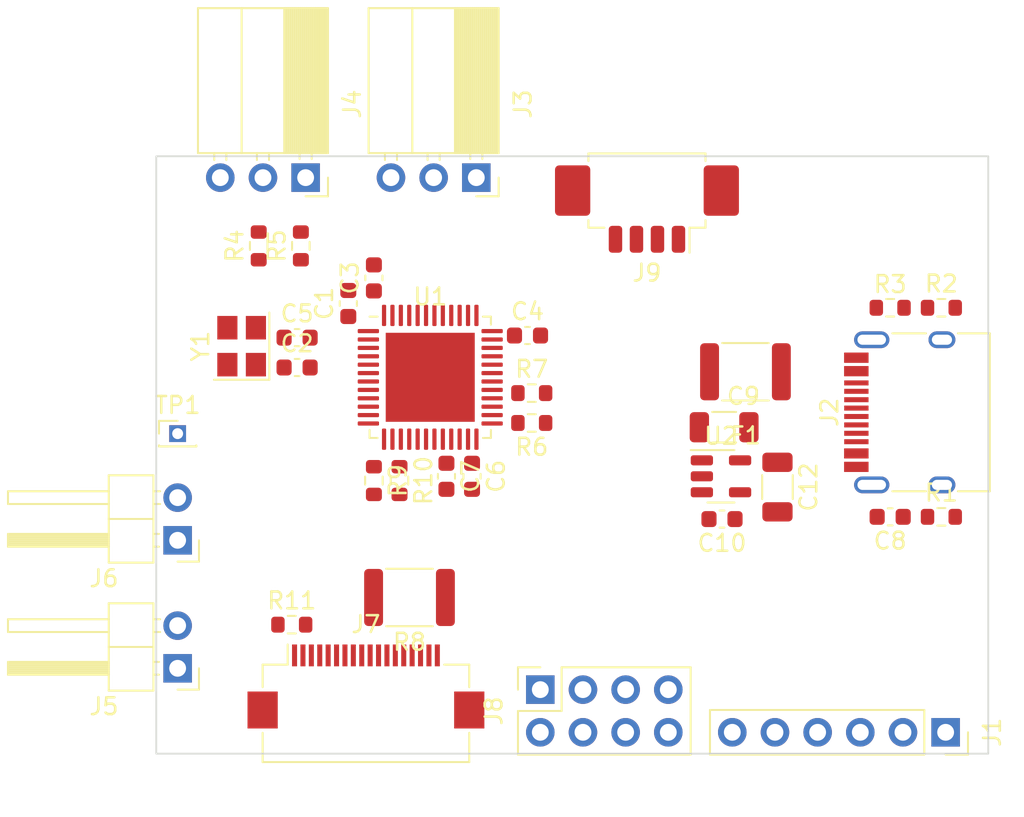
<source format=kicad_pcb>
(kicad_pcb (version 20221018) (generator pcbnew)
  (layers (0 "F.Cu" signal) (1 "In1.Cu" signal) (2 "In2.Cu" signal) (31 "B.Cu" signal) (34 "B.Paste" user) (35 "F.Paste" user) (36 "B.SilkS" user "B.Silkscreen") (37 "F.SilkS" user "F.Silkscreen") (38 "B.Mask" user) (39 "F.Mask" user) (44 "Edge.Cuts" user))
  (net 0 "")
  (net 1 "+3V3")
  (net 2 "GND")
  (net 3 "Net-(U1-PF1)")
  (net 4 "Net-(U1-PF0)")
  (net 5 "Net-(J2-SHIELD)")
  (net 6 "+5V")
  (net 7 "Net-(F1-Pad1)")
  (net 8 "/core/SPI_SD_MISO")
  (net 9 "/core/SPI_SD_MOSI")
  (net 10 "/core/SPI_SD_SCK")
  (net 11 "/core/SPI_SD_CS")
  (net 12 "Net-(J2-CC1)")
  (net 13 "/USB_connection/USB_DP")
  (net 14 "/USB_connection/USB_DM")
  (net 16 "Net-(J2-CC2)")
  (net 18 "/core/UART3_TX")
  (net 19 "/core/UART3_RX")
  (net 20 "/core/I2C1_SDA")
  (net 21 "/core/I2C1_SCL")
  (net 22 "/core/OPAMP1_VIN")
  (net 23 "/core/OPAMP3_VIN")
  (net 24 "/TFT_screen_connection/SCL")
  (net 25 "/TFT_screen_connection/DCSEL")
  (net 26 "/TFT_screen_connection/CSX")
  (net 27 "/TFT_screen_connection/SDI")
  (net 28 "/TFT_screen_connection/SDO")
  (net 29 "Net-(J7-Pin_10)")
  (net 30 "Net-(J7-Pin_15)")
  (net 31 "Net-(J7-Pin_16)")
  (net 32 "Net-(J7-Pin_17)")
  (net 33 "Net-(J7-Pin_18)")
  (net 34 "/core/SWDIO")
  (net 35 "/core/SWCLK")
  (net 36 "Net-(U1-PB13)")
  (net 37 "Net-(U1-PB15)")
  (net 38 "Net-(U1-PA5)")
  (net 39 "Net-(U1-PA7)")
  (net 40 "Net-(U1-PG10)")
  (net 61 "/TFT_screen_connection/RST")
  (net 62 "Net-(U2-SENSE{slash}ADJ)")
  (footprint "Resistor_SMD:R_0603_1608Metric" (layer "F.Cu") (at 69.566 117.094 90)
    (fp_text reference "R5" (at 0 -1.43 90) (layer "F.SilkS"))
    (fp_text value "4.7k")
    (fp_line (start -0.237258 -0.5225) (end 0.237258 -0.5225) (stroke (width 0.12)) (layer "F.SilkS"))
    (fp_line (start -0.237258 0.5225) (end 0.237258 0.5225) (stroke (width 0.12)) (layer "F.SilkS"))
    (pad "1" smd roundrect (at -0.825 0 90) (size 0.8 0.95) (layers "F.Cu" "F.Paste" "F.Mask") (net 1 "+3V3"))
    (pad "2" smd roundrect (at 0.825 0 90) (size 0.8 0.95) (layers "F.Cu" "F.Paste" "F.Mask") (net 21 "/core/I2C1_SCL"))
  )
  (footprint "Resistor_SMD:R_0603_1608Metric" (layer "F.Cu") (at 107.696 120.777)
    (fp_text reference "R2" (at 0 -1.43) (layer "F.SilkS"))
    (fp_text value "5.1K")
    (fp_line (start -0.237258 -0.5225) (end 0.237258 -0.5225) (stroke (width 0.12)) (layer "F.SilkS"))
    (fp_line (start -0.237258 0.5225) (end 0.237258 0.5225) (stroke (width 0.12)) (layer "F.SilkS"))
    (pad "1" smd roundrect (at -0.825 0) (size 0.8 0.95) (layers "F.Cu" "F.Paste" "F.Mask") (net 12 "Net-(J2-CC1)"))
    (pad "2" smd roundrect (at 0.825 0) (size 0.8 0.95) (layers "F.Cu" "F.Paste" "F.Mask") (net 2 "GND"))
  )
  (footprint "Connector_PinSocket_2.54mm:PinSocket_2x04_P2.54mm_Vertical" (layer "F.Cu") (at 83.82 143.51 90)
    (fp_text reference "J8" (at -1.27 -2.77 90) (layer "F.SilkS"))
    (fp_text value "Conn_Touch")
    (fp_line (start -3.87 -1.33) (end -3.87 8.95) (stroke (width 0.12)) (layer "F.SilkS"))
    (fp_line (start -3.87 -1.33) (end -1.27 -1.33) (stroke (width 0.12)) (layer "F.SilkS"))
    (fp_line (start -3.87 8.95) (end 1.33 8.95) (stroke (width 0.12)) (layer "F.SilkS"))
    (fp_line (start -1.27 -1.33) (end -1.27 1.27) (stroke (width 0.12)) (layer "F.SilkS"))
    (fp_line (start -1.27 1.27) (end 1.33 1.27) (stroke (width 0.12)) (layer "F.SilkS"))
    (fp_line (start 0 -1.33) (end 1.33 -1.33) (stroke (width 0.12)) (layer "F.SilkS"))
    (fp_line (start 1.33 -1.33) (end 1.33 0) (stroke (width 0.12)) (layer "F.SilkS"))
    (fp_line (start 1.33 1.27) (end 1.33 8.95) (stroke (width 0.12)) (layer "F.SilkS"))
    (pad "1" thru_hole rect (at 0 0 90) (size 1.7 1.7) (drill 1) (layers "*.Cu" "*.Mask") (net 2 "GND"))
    (pad "2" thru_hole oval (at -2.54 0 90) (size 1.7 1.7) (drill 1) (layers "*.Cu" "*.Mask") (net 30 "Net-(J7-Pin_15)"))
    (pad "3" thru_hole oval (at 0 2.54 90) (size 1.7 1.7) (drill 1) (layers "*.Cu" "*.Mask") (net 2 "GND"))
    (pad "4" thru_hole oval (at -2.54 2.54 90) (size 1.7 1.7) (drill 1) (layers "*.Cu" "*.Mask") (net 31 "Net-(J7-Pin_16)"))
    (pad "5" thru_hole oval (at 0 5.08 90) (size 1.7 1.7) (drill 1) (layers "*.Cu" "*.Mask") (net 2 "GND"))
    (pad "6" thru_hole oval (at -2.54 5.08 90) (size 1.7 1.7) (drill 1) (layers "*.Cu" "*.Mask") (net 32 "Net-(J7-Pin_17)"))
    (pad "7" thru_hole oval (at 0 7.62 90) (size 1.7 1.7) (drill 1) (layers "*.Cu" "*.Mask") (net 2 "GND"))
    (pad "8" thru_hole oval (at -2.54 7.62 90) (size 1.7 1.7) (drill 1) (layers "*.Cu" "*.Mask") (net 33 "Net-(J7-Pin_18)"))
  )
  (footprint "Resistor_SMD:R_0603_1608Metric" (layer "F.Cu") (at 104.648 120.777 180)
    (fp_text reference "R3" (at 0 1.397) (layer "F.SilkS"))
    (fp_text value "5.1K")
    (fp_line (start -0.237258 -0.5225) (end 0.237258 -0.5225) (stroke (width 0.12)) (layer "F.SilkS"))
    (fp_line (start -0.237258 0.5225) (end 0.237258 0.5225) (stroke (width 0.12)) (layer "F.SilkS"))
    (pad "1" smd roundrect (at -0.825 0 180) (size 0.8 0.95) (layers "F.Cu" "F.Paste" "F.Mask") (net 16 "Net-(J2-CC2)"))
    (pad "2" smd roundrect (at 0.825 0 180) (size 0.8 0.95) (layers "F.Cu" "F.Paste" "F.Mask") (net 2 "GND"))
  )
  (footprint "Package_TO_SOT_SMD:TSOT-23-5" (layer "F.Cu") (at 94.5755 130.81)
    (fp_text reference "U2" (at 0 -2.4) (layer "F.SilkS"))
    (fp_text value "RT9013-33GB")
    (fp_line (start 0 -1.56) (end -1.8 -1.56) (stroke (width 0.12)) (layer "F.SilkS"))
    (fp_line (start 0 -1.56) (end 0.8 -1.56) (stroke (width 0.12)) (layer "F.SilkS"))
    (fp_line (start 0 1.56) (end -0.8 1.56) (stroke (width 0.12)) (layer "F.SilkS"))
    (fp_line (start 0 1.56) (end 0.8 1.56) (stroke (width 0.12)) (layer "F.SilkS"))
    (pad "1" smd roundrect (at -1.1375 -0.95) (size 1.325 0.6) (layers "F.Cu" "F.Paste" "F.Mask") (net 6 "+5V"))
    (pad "2" smd roundrect (at -1.1375 0) (size 1.325 0.6) (layers "F.Cu" "F.Paste" "F.Mask") (net 2 "GND"))
    (pad "3" smd roundrect (at -1.1375 0.95) (size 1.325 0.6) (layers "F.Cu" "F.Paste" "F.Mask") (net 6 "+5V"))
    (pad "4" smd roundrect (at 1.1375 0.95) (size 1.325 0.6) (layers "F.Cu" "F.Paste" "F.Mask") (net 62 "Net-(U2-SENSE{slash}ADJ)"))
    (pad "5" smd roundrect (at 1.1375 -0.95) (size 1.325 0.6) (layers "F.Cu" "F.Paste" "F.Mask") (net 1 "+3V3"))
  )
  (footprint "Connector_PinHeader_1.27mm:PinHeader_1x01_P1.27mm_Vertical" (layer "F.Cu") (at 62.23 128.27)
    (fp_text reference "TP1" (at 0 -1.695) (layer "F.SilkS"))
    (fp_text value "Boot0")
    (fp_line (start -1.11 -0.76) (end 0 -0.76) (stroke (width 0.12)) (layer "F.SilkS"))
    (fp_line (start -1.11 0) (end -1.11 -0.76) (stroke (width 0.12)) (layer "F.SilkS"))
    (fp_line (start -1.11 0.76) (end -1.11 0.695) (stroke (width 0.12)) (layer "F.SilkS"))
    (fp_line (start -1.11 0.76) (end -0.563471 0.76) (stroke (width 0.12)) (layer "F.SilkS"))
    (fp_line (start -1.11 0.76) (end 1.11 0.76) (stroke (width 0.12)) (layer "F.SilkS"))
    (fp_line (start 0.563471 0.76) (end 1.11 0.76) (stroke (width 0.12)) (layer "F.SilkS"))
    (fp_line (start 1.11 0.76) (end 1.11 0.695) (stroke (width 0.12)) (layer "F.SilkS"))
    (pad "1" thru_hole rect (at 0 0) (size 1 1) (drill 0.65) (layers "*.Cu" "*.Mask") (net 40 "Net-(U1-PG10)"))
  )
  (footprint "Resistor_SMD:R_0603_1608Metric" (layer "F.Cu") (at 69.025 139.642)
    (fp_text reference "R11" (at 0 -1.43) (layer "F.SilkS"))
    (fp_text value "0")
    (fp_line (start -0.237258 -0.5225) (end 0.237258 -0.5225) (stroke (width 0.12)) (layer "F.SilkS"))
    (fp_line (start -0.237258 0.5225) (end 0.237258 0.5225) (stroke (width 0.12)) (layer "F.SilkS"))
    (pad "1" smd roundrect (at -0.825 0) (size 0.8 0.95) (layers "F.Cu" "F.Paste" "F.Mask") (net 1 "+3V3"))
    (pad "2" smd roundrect (at 0.825 0) (size 0.8 0.95) (layers "F.Cu" "F.Paste" "F.Mask") (net 61 "/TFT_screen_connection/RST"))
  )
  (footprint "Fuse:Fuse_1812_4532Metric" (layer "F.Cu") (at 96.0335 124.587 180)
    (fp_text reference "F1" (at 0 -3.799) (layer "F.SilkS"))
    (fp_text value "Fuse")
    (fp_line (start -1.386252 -1.71) (end 1.386252 -1.71) (stroke (width 0.12)) (layer "F.SilkS"))
    (fp_line (start -1.386252 1.71) (end 1.386252 1.71) (stroke (width 0.12)) (layer "F.SilkS"))
    (pad "1" smd roundrect (at -2.1375 0 180) (size 1.125 3.4) (layers "F.Cu" "F.Paste" "F.Mask") (roundrect_rratio 0.222222) (net 7 "Net-(F1-Pad1)"))
    (pad "2" smd roundrect (at 2.1375 0 180) (size 1.125 3.4) (layers "F.Cu" "F.Paste" "F.Mask") (roundrect_rratio 0.222222) (net 6 "+5V"))
  )
  (footprint "Connector_FFC-FPC:Hirose_FH12-18S-0.5SH_1x18-1MP_P0.50mm_Horizontal" (layer "F.Cu") (at 73.44 143.322)
    (fp_text reference "J7" (at 0 -3.7) (layer "F.SilkS"))
    (fp_text value "Conn_01x18_MountingPin")
    (fp_line (start -6.15 -1.3) (end -6.15 0.04) (stroke (width 0.12)) (layer "F.SilkS"))
    (fp_line (start -6.15 2.76) (end -6.15 4.5) (stroke (width 0.12)) (layer "F.SilkS"))
    (fp_line (start -6.15 4.5) (end 6.15 4.5) (stroke (width 0.12)) (layer "F.SilkS"))
    (fp_line (start -4.66 -1.3) (end -6.15 -1.3) (stroke (width 0.12)) (layer "F.SilkS"))
    (fp_line (start -4.66 -1.3) (end -4.66 -2.5) (stroke (width 0.12)) (layer "F.SilkS"))
    (fp_line (start 4.66 -1.3) (end 6.15 -1.3) (stroke (width 0.12)) (layer "F.SilkS"))
    (fp_line (start 6.15 -1.3) (end 6.15 0.04) (stroke (width 0.12)) (layer "F.SilkS"))
    (fp_line (start 6.15 4.5) (end 6.15 2.76) (stroke (width 0.12)) (layer "F.SilkS"))
    (pad "1" smd rect (at -4.25 -1.85) (size 0.3 1.3) (layers "F.Cu" "F.Paste" "F.Mask") (net 2 "GND"))
    (pad "2" smd rect (at -3.75 -1.85) (size 0.3 1.3) (layers "F.Cu" "F.Paste" "F.Mask") (net 61 "/TFT_screen_connection/RST"))
    (pad "3" smd rect (at -3.25 -1.85) (size 0.3 1.3) (layers "F.Cu" "F.Paste" "F.Mask") (net 24 "/TFT_screen_connection/SCL"))
    (pad "4" smd rect (at -2.75 -1.85) (size 0.3 1.3) (layers "F.Cu" "F.Paste" "F.Mask") (net 25 "/TFT_screen_connection/DCSEL"))
    (pad "5" smd rect (at -2.25 -1.85) (size 0.3 1.3) (layers "F.Cu" "F.Paste" "F.Mask") (net 26 "/TFT_screen_connection/CSX"))
    (pad "6" smd rect (at -1.75 -1.85) (size 0.3 1.3) (layers "F.Cu" "F.Paste" "F.Mask") (net 27 "/TFT_screen_connection/SDI"))
    (pad "7" smd rect (at -1.25 -1.85) (size 0.3 1.3) (layers "F.Cu" "F.Paste" "F.Mask") (net 28 "/TFT_screen_connection/SDO"))
    (pad "8" smd rect (at -0.75 -1.85) (size 0.3 1.3) (layers "F.Cu" "F.Paste" "F.Mask") (net 2 "GND"))
    (pad "9" smd rect (at -0.25 -1.85) (size 0.3 1.3) (layers "F.Cu" "F.Paste" "F.Mask") (net 1 "+3V3"))
    (pad "10" smd rect (at 0.25 -1.85) (size 0.3 1.3) (layers "F.Cu" "F.Paste" "F.Mask") (net 29 "Net-(J7-Pin_10)"))
    (pad "11" smd rect (at 0.75 -1.85) (size 0.3 1.3) (layers "F.Cu" "F.Paste" "F.Mask") (net 2 "GND"))
    (pad "12" smd rect (at 1.25 -1.85) (size 0.3 1.3) (layers "F.Cu" "F.Paste" "F.Mask") (net 2 "GND"))
    (pad "13" smd rect (at 1.75 -1.85) (size 0.3 1.3) (layers "F.Cu" "F.Paste" "F.Mask") (net 2 "GND"))
    (pad "14" smd rect (at 2.25 -1.85) (size 0.3 1.3) (layers "F.Cu" "F.Paste" "F.Mask") (net 2 "GND"))
    (pad "15" smd rect (at 2.75 -1.85) (size 0.3 1.3) (layers "F.Cu" "F.Paste" "F.Mask") (net 30 "Net-(J7-Pin_15)"))
    (pad "16" smd rect (at 3.25 -1.85) (size 0.3 1.3) (layers "F.Cu" "F.Paste" "F.Mask") (net 31 "Net-(J7-Pin_16)"))
    (pad "17" smd rect (at 3.75 -1.85) (size 0.3 1.3) (layers "F.Cu" "F.Paste" "F.Mask") (net 32 "Net-(J7-Pin_17)"))
    (pad "18" smd rect (at 4.25 -1.85) (size 0.3 1.3) (layers "F.Cu" "F.Paste" "F.Mask") (net 33 "Net-(J7-Pin_18)"))
    (pad "MP" smd rect (at -6.15 1.4) (size 1.8 2.2) (layers "F.Cu" "F.Paste" "F.Mask") (net 2 "GND"))
    (pad "MP" smd rect (at 6.15 1.4) (size 1.8 2.2) (layers "F.Cu" "F.Paste" "F.Mask") (net 2 "GND"))
  )
  (footprint "Crystal:Crystal_SMD_3225-4Pin_3.2x2.5mm" (layer "F.Cu") (at 66.04 123.063 90)
    (fp_text reference "Y1" (at 0 -2.45 90) (layer "F.SilkS"))
    (fp_text value "Crystal_GND24_12MHz")
    (fp_line (start -2 -1.65) (end -2 1.65) (stroke (width 0.12)) (layer "F.SilkS"))
    (fp_line (start -2 1.65) (end 2 1.65) (stroke (width 0.12)) (layer "F.SilkS"))
    (pad "1" smd rect (at -1.1 0.85 90) (size 1.4 1.2) (layers "F.Cu" "F.Paste" "F.Mask") (net 3 "Net-(U1-PF1)"))
    (pad "2" smd rect (at 1.1 0.85 90) (size 1.4 1.2) (layers "F.Cu" "F.Paste" "F.Mask") (net 2 "GND"))
    (pad "3" smd rect (at 1.1 -0.85 90) (size 1.4 1.2) (layers "F.Cu" "F.Paste" "F.Mask") (net 4 "Net-(U1-PF0)"))
    (pad "4" smd rect (at -1.1 -0.85 90) (size 1.4 1.2) (layers "F.Cu" "F.Paste" "F.Mask") (net 2 "GND"))
  )
  (footprint "Connector_PinHeader_2.54mm:PinHeader_1x02_P2.54mm_Horizontal" (layer "F.Cu") (at 62.23 142.24 180)
    (fp_text reference "J5" (at 4.385 -2.27) (layer "F.SilkS"))
    (fp_text value "Conn_ADC1")
    (fp_line (start -1.27 -1.27) (end 0 -1.27) (stroke (width 0.12)) (layer "F.SilkS"))
    (fp_line (start -1.27 0) (end -1.27 -1.27) (stroke (width 0.12)) (layer "F.SilkS"))
    (fp_line (start 1.042929 2.16) (end 1.44 2.16) (stroke (width 0.12)) (layer "F.SilkS"))
    (fp_line (start 1.042929 2.92) (end 1.44 2.92) (stroke (width 0.12)) (layer "F.SilkS"))
    (fp_line (start 1.11 -0.38) (end 1.44 -0.38) (stroke (width 0.12)) (layer "F.SilkS"))
    (fp_line (start 1.11 0.38) (end 1.44 0.38) (stroke (width 0.12)) (layer "F.SilkS"))
    (fp_line (start 1.44 -1.33) (end 1.44 3.87) (stroke (width 0.12)) (layer "F.SilkS"))
    (fp_line (start 1.44 1.27) (end 4.1 1.27) (stroke (width 0.12)) (layer "F.SilkS"))
    (fp_line (start 1.44 3.87) (end 4.1 3.87) (stroke (width 0.12)) (layer "F.SilkS"))
    (fp_line (start 4.1 -1.33) (end 1.44 -1.33) (stroke (width 0.12)) (layer "F.SilkS"))
    (fp_line (start 4.1 -0.38) (end 10.1 -0.38) (stroke (width 0.12)) (layer "F.SilkS"))
    (fp_line (start 4.1 -0.32) (end 10.1 -0.32) (stroke (width 0.12)) (layer "F.SilkS"))
    (fp_line (start 4.1 -0.2) (end 10.1 -0.2) (stroke (width 0.12)) (layer "F.SilkS"))
    (fp_line (start 4.1 -0.08) (end 10.1 -0.08) (stroke (width 0.12)) (layer "F.SilkS"))
    (fp_line (start 4.1 0.04) (end 10.1 0.04) (stroke (width 0.12)) (layer "F.SilkS"))
    (fp_line (start 4.1 0.16) (end 10.1 0.16) (stroke (width 0.12)) (layer "F.SilkS"))
    (fp_line (start 4.1 0.28) (end 10.1 0.28) (stroke (width 0.12)) (layer "F.SilkS"))
    (fp_line (start 4.1 2.16) (end 10.1 2.16) (stroke (width 0.12)) (layer "F.SilkS"))
    (fp_line (start 4.1 3.87) (end 4.1 -1.33) (stroke (width 0.12)) (layer "F.SilkS"))
    (fp_line (start 10.1 -0.38) (end 10.1 0.38) (stroke (width 0.12)) (layer "F.SilkS"))
    (fp_line (start 10.1 0.38) (end 4.1 0.38) (stroke (width 0.12)) (layer "F.SilkS"))
    (fp_line (start 10.1 2.16) (end 10.1 2.92) (stroke (width 0.12)) (layer "F.SilkS"))
    (fp_line (start 10.1 2.92) (end 4.1 2.92) (stroke (width 0.12)) (layer "F.SilkS"))
    (pad "1" thru_hole rect (at 0 0 180) (size 1.7 1.7) (drill 1) (layers "*.Cu" "*.Mask") (net 22 "/core/OPAMP1_VIN"))
    (pad "2" thru_hole oval (at 0 2.54 180) (size 1.7 1.7) (drill 1) (layers "*.Cu" "*.Mask") (net 2 "GND"))
  )
  (footprint "Capacitor_SMD:C_0603_1608Metric" (layer "F.Cu") (at 72.39 120.523 90)
    (fp_text reference "C1" (at 0 -1.43 90) (layer "F.SilkS"))
    (fp_text value "2.2uF")
    (fp_line (start -0.14058 -0.51) (end 0.14058 -0.51) (stroke (width 0.12)) (layer "F.SilkS"))
    (fp_line (start -0.14058 0.51) (end 0.14058 0.51) (stroke (width 0.12)) (layer "F.SilkS"))
    (pad "1" smd roundrect (at -0.775 0 90) (size 0.9 0.95) (layers "F.Cu" "F.Paste" "F.Mask") (net 1 "+3V3"))
    (pad "2" smd roundrect (at 0.775 0 90) (size 0.9 0.95) (layers "F.Cu" "F.Paste" "F.Mask") (net 2 "GND"))
  )
  (footprint "Capacitor_SMD:C_0603_1608Metric" (layer "F.Cu") (at 83.058 122.428)
    (fp_text reference "C4" (at 0 -1.43) (layer "F.SilkS"))
    (fp_text value "100nF")
    (fp_line (start -0.14058 -0.51) (end 0.14058 -0.51) (stroke (width 0.12)) (layer "F.SilkS"))
    (fp_line (start -0.14058 0.51) (end 0.14058 0.51) (stroke (width 0.12)) (layer "F.SilkS"))
    (pad "1" smd roundrect (at -0.775 0) (size 0.9 0.95) (layers "F.Cu" "F.Paste" "F.Mask") (net 1 "+3V3"))
    (pad "2" smd roundrect (at 0.775 0) (size 0.9 0.95) (layers "F.Cu" "F.Paste" "F.Mask") (net 2 "GND"))
  )
  (footprint "Resistor_SMD:R_0603_1608Metric" (layer "F.Cu") (at 83.312 127.635 180)
    (fp_text reference "R6" (at 0 -1.43) (layer "F.SilkS"))
    (fp_text value "22R")
    (fp_line (start -0.237258 -0.5225) (end 0.237258 -0.5225) (stroke (width 0.12)) (layer "F.SilkS"))
    (fp_line (start -0.237258 0.5225) (end 0.237258 0.5225) (stroke (width 0.12)) (layer "F.SilkS"))
    (pad "1" smd roundrect (at -0.825 0 180) (size 0.8 0.95) (layers "F.Cu" "F.Paste" "F.Mask") (net 10 "/core/SPI_SD_SCK"))
    (pad "2" smd roundrect (at 0.825 0 180) (size 0.8 0.95) (layers "F.Cu" "F.Paste" "F.Mask") (net 36 "Net-(U1-PB13)"))
  )
  (footprint "Connector_PinHeader_2.54mm:PinHeader_1x02_P2.54mm_Horizontal" (layer "F.Cu") (at 62.23 134.62 180)
    (fp_text reference "J6" (at 4.385 -2.27) (layer "F.SilkS"))
    (fp_text value "Conn_ADC2")
    (fp_line (start -1.27 -1.27) (end 0 -1.27) (stroke (width 0.12)) (layer "F.SilkS"))
    (fp_line (start -1.27 0) (end -1.27 -1.27) (stroke (width 0.12)) (layer "F.SilkS"))
    (fp_line (start 1.042929 2.16) (end 1.44 2.16) (stroke (width 0.12)) (layer "F.SilkS"))
    (fp_line (start 1.042929 2.92) (end 1.44 2.92) (stroke (width 0.12)) (layer "F.SilkS"))
    (fp_line (start 1.11 -0.38) (end 1.44 -0.38) (stroke (width 0.12)) (layer "F.SilkS"))
    (fp_line (start 1.11 0.38) (end 1.44 0.38) (stroke (width 0.12)) (layer "F.SilkS"))
    (fp_line (start 1.44 -1.33) (end 1.44 3.87) (stroke (width 0.12)) (layer "F.SilkS"))
    (fp_line (start 1.44 1.27) (end 4.1 1.27) (stroke (width 0.12)) (layer "F.SilkS"))
    (fp_line (start 1.44 3.87) (end 4.1 3.87) (stroke (width 0.12)) (layer "F.SilkS"))
    (fp_line (start 4.1 -1.33) (end 1.44 -1.33) (stroke (width 0.12)) (layer "F.SilkS"))
    (fp_line (start 4.1 -0.38) (end 10.1 -0.38) (stroke (width 0.12)) (layer "F.SilkS"))
    (fp_line (start 4.1 -0.32) (end 10.1 -0.32) (stroke (width 0.12)) (layer "F.SilkS"))
    (fp_line (start 4.1 -0.2) (end 10.1 -0.2) (stroke (width 0.12)) (layer "F.SilkS"))
    (fp_line (start 4.1 -0.08) (end 10.1 -0.08) (stroke (width 0.12)) (layer "F.SilkS"))
    (fp_line (start 4.1 0.04) (end 10.1 0.04) (stroke (width 0.12)) (layer "F.SilkS"))
    (fp_line (start 4.1 0.16) (end 10.1 0.16) (stroke (width 0.12)) (layer "F.SilkS"))
    (fp_line (start 4.1 0.28) (end 10.1 0.28) (stroke (width 0.12)) (layer "F.SilkS"))
    (fp_line (start 4.1 2.16) (end 10.1 2.16) (stroke (width 0.12)) (layer "F.SilkS"))
    (fp_line (start 4.1 3.87) (end 4.1 -1.33) (stroke (width 0.12)) (layer "F.SilkS"))
    (fp_line (start 10.1 -0.38) (end 10.1 0.38) (stroke (width 0.12)) (layer "F.SilkS"))
    (fp_line (start 10.1 0.38) (end 4.1 0.38) (stroke (width 0.12)) (layer "F.SilkS"))
    (fp_line (start 10.1 2.16) (end 10.1 2.92) (stroke (width 0.12)) (layer "F.SilkS"))
    (fp_line (start 10.1 2.92) (end 4.1 2.92) (stroke (width 0.12)) (layer "F.SilkS"))
    (pad "1" thru_hole rect (at 0 0 180) (size 1.7 1.7) (drill 1) (layers "*.Cu" "*.Mask") (net 23 "/core/OPAMP3_VIN"))
    (pad "2" thru_hole oval (at 0 2.54 180) (size 1.7 1.7) (drill 1) (layers "*.Cu" "*.Mask") (net 2 "GND"))
  )
  (footprint "Resistor_SMD:R_0603_1608Metric" (layer "F.Cu") (at 73.914 131.064 -90)
    (fp_text reference "R9" (at 0 -1.43 90) (layer "F.SilkS"))
    (fp_text value "22R")
    (fp_line (start -0.237258 -0.5225) (end 0.237258 -0.5225) (stroke (width 0.12)) (layer "F.SilkS"))
    (fp_line (start -0.237258 0.5225) (end 0.237258 0.5225) (stroke (width 0.12)) (layer "F.SilkS"))
    (pad "1" smd roundrect (at -0.825 0 270) (size 0.8 0.95) (layers "F.Cu" "F.Paste" "F.Mask") (net 38 "Net-(U1-PA5)"))
    (pad "2" smd roundrect (at 0.825 0 270) (size 0.8 0.95) (layers "F.Cu" "F.Paste" "F.Mask") (net 24 "/TFT_screen_connection/SCL"))
  )
  (footprint "Capacitor_SMD:C_0603_1608Metric" (layer "F.Cu") (at 78.232 130.81 -90)
    (fp_text reference "C7" (at 0 -1.43 90) (layer "F.SilkS"))
    (fp_text value "100nF")
    (fp_line (start -0.14058 -0.51) (end 0.14058 -0.51) (stroke (width 0.12)) (layer "F.SilkS"))
    (fp_line (start -0.14058 0.51) (end 0.14058 0.51) (stroke (width 0.12)) (layer "F.SilkS"))
    (pad "1" smd roundrect (at -0.775 0 270) (size 0.9 0.95) (layers "F.Cu" "F.Paste" "F.Mask") (net 1 "+3V3"))
    (pad "2" smd roundrect (at 0.775 0 270) (size 0.9 0.95) (layers "F.Cu" "F.Paste" "F.Mask") (net 2 "GND"))
  )
  (footprint "Capacitor_SMD:C_1206_3216Metric" (layer "F.Cu") (at 94.7635 127.889)
    (fp_text reference "C9" (at 1.149 -1.85) (layer "F.SilkS"))
    (fp_text value "10uF")
    (fp_line (start -0.711252 -0.91) (end 0.711252 -0.91) (stroke (width 0.12)) (layer "F.SilkS"))
    (fp_line (start -0.711252 0.91) (end 0.711252 0.91) (stroke (width 0.12)) (layer "F.SilkS"))
    (pad "1" smd roundrect (at -1.475 0) (size 1.15 1.8) (layers "F.Cu" "F.Paste" "F.Mask") (roundrect_rratio 0.217391) (net 6 "+5V"))
    (pad "2" smd roundrect (at 1.475 0) (size 1.15 1.8) (layers "F.Cu" "F.Paste" "F.Mask") (roundrect_rratio 0.217391) (net 2 "GND"))
  )
  (footprint "Connector_Molex:Molex_PicoBlade_53261-0471_1x04-1MP_P1.25mm_Horizontal" (layer "F.Cu") (at 90.17 114.3 180)
    (fp_text reference "J9" (at 0 -4.4) (layer "F.SilkS"))
    (fp_text value "SWD")
    (fp_line (start -3.485 -1.71) (end -2.535 -1.71) (stroke (width 0.12)) (layer "F.SilkS"))
    (fp_line (start -3.485 -1.26) (end -3.485 -1.71) (stroke (width 0.12)) (layer "F.SilkS"))
    (fp_line (start -3.485 2.26) (end -3.485 2.71) (stroke (width 0.12)) (layer "F.SilkS"))
    (fp_line (start -3.485 2.71) (end 3.485 2.71) (stroke (width 0.12)) (layer "F.SilkS"))
    (fp_line (start -2.535 -1.71) (end -2.535 -3.2) (stroke (width 0.12)) (layer "F.SilkS"))
    (fp_line (start 3.485 -1.71) (end 2.535 -1.71) (stroke (width 0.12)) (layer "F.SilkS"))
    (fp_line (start 3.485 -1.26) (end 3.485 -1.71) (stroke (width 0.12)) (layer "F.SilkS"))
    (fp_line (start 3.485 2.71) (end 3.485 2.26) (stroke (width 0.12)) (layer "F.SilkS"))
    (pad "1" smd roundrect (at -1.875 -2.4 180) (size 0.8 1.6) (layers "F.Cu" "F.Paste" "F.Mask") (net 34 "/core/SWDIO"))
    (pad "2" smd roundrect (at -0.625 -2.4 180) (size 0.8 1.6) (layers "F.Cu" "F.Paste" "F.Mask") (net 35 "/core/SWCLK"))
    (pad "3" smd roundrect (at 0.625 -2.4 180) (size 0.8 1.6) (layers "F.Cu" "F.Paste" "F.Mask") (net 2 "GND"))
    (pad "4" smd roundrect (at 1.875 -2.4 180) (size 0.8 1.6) (layers "F.Cu" "F.Paste" "F.Mask") (net 1 "+3V3"))
    (pad "MP" smd roundrect (at -4.425 0.5 180) (size 2.1 3) (layers "F.Cu" "F.Paste" "F.Mask") (roundrect_rratio 0.119048) (net 2 "GND"))
    (pad "MP" smd roundrect (at 4.425 0.5 180) (size 2.1 3) (layers "F.Cu" "F.Paste" "F.Mask") (roundrect_rratio 0.119048) (net 2 "GND"))
  )
  (footprint "Capacitor_SMD:C_0603_1608Metric" (layer "F.Cu") (at 79.756 130.81 -90)
    (fp_text reference "C6" (at 0 -1.43 90) (layer "F.SilkS"))
    (fp_text value "100nF")
    (fp_line (start -0.14058 -0.51) (end 0.14058 -0.51) (stroke (width 0.12)) (layer "F.SilkS"))
    (fp_line (start -0.14058 0.51) (end 0.14058 0.51) (stroke (width 0.12)) (layer "F.SilkS"))
    (pad "1" smd roundrect (at -0.775 0 270) (size 0.9 0.95) (layers "F.Cu" "F.Paste" "F.Mask") (net 1 "+3V3"))
    (pad "2" smd roundrect (at 0.775 0 270) (size 0.9 0.95) (layers "F.Cu" "F.Paste" "F.Mask") (net 2 "GND"))
  )
  (footprint "Capacitor_SMD:C_0603_1608Metric" (layer "F.Cu") (at 69.342 122.555)
    (fp_text reference "C5" (at 0 -1.43) (layer "F.SilkS"))
    (fp_text value "12pF")
    (fp_line (start -0.14058 -0.51) (end 0.14058 -0.51) (stroke (width 0.12)) (layer "F.SilkS"))
    (fp_line (start -0.14058 0.51) (end 0.14058 0.51) (stroke (width 0.12)) (layer "F.SilkS"))
    (pad "1" smd roundrect (at -0.775 0) (size 0.9 0.95) (layers "F.Cu" "F.Paste" "F.Mask") (net 4 "Net-(U1-PF0)"))
    (pad "2" smd roundrect (at 0.775 0) (size 0.9 0.95) (layers "F.Cu" "F.Paste" "F.Mask") (net 2 "GND"))
  )
  (footprint "Connector_PinSocket_2.54mm:PinSocket_1x03_P2.54mm_Horizontal" (layer "F.Cu") (at 69.85 113.03 -90)
    (fp_text reference "J4" (at -4.38 -2.77 90) (layer "F.SilkS"))
    (fp_text value "Conn_I2C")
    (fp_line (start -10.09 -1.33) (end -10.09 6.41) (stroke (width 0.12)) (layer "F.SilkS"))
    (fp_line (start -10.09 -1.33) (end -1.46 -1.33) (stroke (width 0.12)) (layer "F.SilkS"))
    (fp_line (start -10.09 -1.21) (end -1.46 -1.21) (stroke (width 0.12)) (layer "F.SilkS"))
    (fp_line (start -10.09 -1.091905) (end -1.46 -1.091905) (stroke (width 0.12)) (layer "F.SilkS"))
    (fp_line (start -10.09 -0.97381) (end -1.46 -0.97381) (stroke (width 0.12)) (layer "F.SilkS"))
    (fp_line (start -10.09 -0.855715) (end -1.46 -0.855715) (stroke (width 0.12)) (layer "F.SilkS"))
    (fp_line (start -10.09 -0.73762) (end -1.46 -0.73762) (stroke (width 0.12)) (layer "F.SilkS"))
    (fp_line (start -10.09 -0.619525) (end -1.46 -0.619525) (stroke (width 0.12)) (layer "F.SilkS"))
    (fp_line (start -10.09 -0.50143) (end -1.46 -0.50143) (stroke (width 0.12)) (layer "F.SilkS"))
    (fp_line (start -10.09 -0.383335) (end -1.46 -0.383335) (stroke (width 0.12)) (layer "F.SilkS"))
    (fp_line (start -10.09 -0.26524) (end -1.46 -0.26524) (stroke (width 0.12)) (layer "F.SilkS"))
    (fp_line (start -10.09 -0.147145) (end -1.46 -0.147145) (stroke (width 0.12)) (layer "F.SilkS"))
    (fp_line (start -10.09 -0.02905) (end -1.46 -0.02905) (stroke (width 0.12)) (layer "F.SilkS"))
    (fp_line (start -10.09 0.089045) (end -1.46 0.089045) (stroke (width 0.12)) (layer "F.SilkS"))
    (fp_line (start -10.09 0.20714) (end -1.46 0.20714) (stroke (width 0.12)) (layer "F.SilkS"))
    (fp_line (start -10.09 0.325235) (end -1.46 0.325235) (stroke (width 0.12)) (layer "F.SilkS"))
    (fp_line (start -10.09 0.44333) (end -1.46 0.44333) (stroke (width 0.12)) (layer "F.SilkS"))
    (fp_line (start -10.09 0.561425) (end -1.46 0.561425) (stroke (width 0.12)) (layer "F.SilkS"))
    (fp_line (start -10.09 0.67952) (end -1.46 0.67952) (stroke (width 0.12)) (layer "F.SilkS"))
    (fp_line (start -10.09 0.797615) (end -1.46 0.797615) (stroke (width 0.12)) (layer "F.SilkS"))
    (fp_line (start -10.09 0.91571) (end -1.46 0.91571) (stroke (width 0.12)) (layer "F.SilkS"))
    (fp_line (start -10.09 1.033805) (end -1.46 1.033805) (stroke (width 0.12)) (layer "F.SilkS"))
    (fp_line (start -10.09 1.1519) (end -1.46 1.1519) (stroke (width 0.12)) (layer "F.SilkS"))
    (fp_line (start -10.09 1.27) (end -1.46 1.27) (stroke (width 0.12)) (layer "F.SilkS"))
    (fp_line (start -10.09 3.81) (end -1.46 3.81) (stroke (width 0.12)) (layer "F.SilkS"))
    (fp_line (start -10.09 6.41) (end -1.46 6.41) (stroke (width 0.12)) (layer "F.SilkS"))
    (fp_line (start -1.46 -1.33) (end -1.46 6.41) (stroke (width 0.12)) (layer "F.SilkS"))
    (fp_line (start -1.46 -0.36) (end -1.11 -0.36) (stroke (width 0.12)) (layer "F.SilkS"))
    (fp_line (start -1.46 0.36) (end -1.11 0.36) (stroke (width 0.12)) (layer "F.SilkS"))
    (fp_line (start -1.46 2.18) (end -1.05 2.18) (stroke (width 0.12)) (layer "F.SilkS"))
    (fp_line (start -1.46 2.9) (end -1.05 2.9) (stroke (width 0.12)) (layer "F.SilkS"))
    (fp_line (start -1.46 4.72) (end -1.05 4.72) (stroke (width 0.12)) (layer "F.SilkS"))
    (fp_line (start -1.46 5.44) (end -1.05 5.44) (stroke (width 0.12)) (layer "F.SilkS"))
    (fp_line (start 0 -1.33) (end 1.11 -1.33) (stroke (width 0.12)) (layer "F.SilkS"))
    (fp_line (start 1.11 -1.33) (end 1.11 0) (stroke (width 0.12)) (layer "F.SilkS"))
    (pad "1" thru_hole rect (at 0 0 270) (size 1.7 1.7) (drill 1) (layers "*.Cu" "*.Mask") (net 20 "/core/I2C1_SDA"))
    (pad "2" thru_hole oval (at 0 2.54 270) (size 1.7 1.7) (drill 1) (layers "*.Cu" "*.Mask") (net 2 "GND"))
    (pad "3" thru_hole oval (at 0 5.08 270) (size 1.7 1.7) (drill 1) (layers "*.Cu" "*.Mask") (net 21 "/core/I2C1_SCL"))
  )
  (footprint "Connector_PinSocket_2.54mm:PinSocket_1x03_P2.54mm_Horizontal" (layer "F.Cu") (at 80.01 113.03 -90)
    (fp_text reference "J3" (at -4.38 -2.77 90) (layer "F.SilkS"))
    (fp_text value "Conn_UART")
    (fp_line (start -10.09 -1.33) (end -10.09 6.41) (stroke (width 0.12)) (layer "F.SilkS"))
    (fp_line (start -10.09 -1.33) (end -1.46 -1.33) (stroke (width 0.12)) (layer "F.SilkS"))
    (fp_line (start -10.09 -1.21) (end -1.46 -1.21) (stroke (width 0.12)) (layer "F.SilkS"))
    (fp_line (start -10.09 -1.091905) (end -1.46 -1.091905) (stroke (width 0.12)) (layer "F.SilkS"))
    (fp_line (start -10.09 -0.97381) (end -1.46 -0.97381) (stroke (width 0.12)) (layer "F.SilkS"))
    (fp_line (start -10.09 -0.855715) (end -1.46 -0.855715) (stroke (width 0.12)) (layer "F.SilkS"))
    (fp_line (start -10.09 -0.73762) (end -1.46 -0.73762) (stroke (width 0.12)) (layer "F.SilkS"))
    (fp_line (start -10.09 -0.619525) (end -1.46 -0.619525) (stroke (width 0.12)) (layer "F.SilkS"))
    (fp_line (start -10.09 -0.50143) (end -1.46 -0.50143) (stroke (width 0.12)) (layer "F.SilkS"))
    (fp_line (start -10.09 -0.383335) (end -1.46 -0.383335) (stroke (width 0.12)) (layer "F.SilkS"))
    (fp_line (start -10.09 -0.26524) (end -1.46 -0.26524) (stroke (width 0.12)) (layer "F.SilkS"))
    (fp_line (start -10.09 -0.147145) (end -1.46 -0.147145) (stroke (width 0.12)) (layer "F.SilkS"))
    (fp_line (start -10.09 -0.02905) (end -1.46 -0.02905) (stroke (width 0.12)) (layer "F.SilkS"))
    (fp_line (start -10.09 0.089045) (end -1.46 0.089045) (stroke (width 0.12)) (layer "F.SilkS"))
    (fp_line (start -10.09 0.20714) (end -1.46 0.20714) (stroke (width 0.12)) (layer "F.SilkS"))
    (fp_line (start -10.09 0.325235) (end -1.46 0.325235) (stroke (width 0.12)) (layer "F.SilkS"))
    (fp_line (start -10.09 0.44333) (end -1.46 0.44333) (stroke (width 0.12)) (layer "F.SilkS"))
    (fp_line (start -10.09 0.561425) (end -1.46 0.561425) (stroke (width 0.12)) (layer "F.SilkS"))
    (fp_line (start -10.09 0.67952) (end -1.46 0.67952) (stroke (width 0.12)) (layer "F.SilkS"))
    (fp_line (start -10.09 0.797615) (end -1.46 0.797615) (stroke (width 0.12)) (layer "F.SilkS"))
    (fp_line (start -10.09 0.91571) (end -1.46 0.91571) (stroke (width 0.12)) (layer "F.SilkS"))
    (fp_line (start -10.09 1.033805) (end -1.46 1.033805) (stroke (width 0.12)) (layer "F.SilkS"))
    (fp_line (start -10.09 1.1519) (end -1.46 1.1519) (stroke (width 0.12)) (layer "F.SilkS"))
    (fp_line (start -10.09 1.27) (end -1.46 1.27) (stroke (width 0.12)) (layer "F.SilkS"))
    (fp_line (start -10.09 3.81) (end -1.46 3.81) (stroke (width 0.12)) (layer "F.SilkS"))
    (fp_line (start -10.09 6.41) (end -1.46 6.41) (stroke (width 0.12)) (layer "F.SilkS"))
    (fp_line (start -1.46 -1.33) (end -1.46 6.41) (stroke (width 0.12)) (layer "F.SilkS"))
    (fp_line (start -1.46 -0.36) (end -1.11 -0.36) (stroke (width 0.12)) (layer "F.SilkS"))
    (fp_line (start -1.46 0.36) (end -1.11 0.36) (stroke (width 0.12)) (layer "F.SilkS"))
    (fp_line (start -1.46 2.18) (end -1.05 2.18) (stroke (width 0.12)) (layer "F.SilkS"))
    (fp_line (start -1.46 2.9) (end -1.05 2.9) (stroke (width 0.12)) (layer "F.SilkS"))
    (fp_line (start -1.46 4.72) (end -1.05 4.72) (stroke (width 0.12)) (layer "F.SilkS"))
    (fp_line (start -1.46 5.44) (end -1.05 5.44) (stroke (width 0.12)) (layer "F.SilkS"))
    (fp_line (start 0 -1.33) (end 1.11 -1.33) (stroke (width 0.12)) (layer "F.SilkS"))
    (fp_line (start 1.11 -1.33) (end 1.11 0) (stroke (width 0.12)) (layer "F.SilkS"))
    (pad "1" thru_hole rect (at 0 0 270) (size 1.7 1.7) (drill 1) (layers "*.Cu" "*.Mask") (net 18 "/core/UART3_TX"))
    (pad "2" thru_hole oval (at 0 2.54 270) (size 1.7 1.7) (drill 1) (layers "*.Cu" "*.Mask") (net 2 "GND"))
    (pad "3" thru_hole oval (at 0 5.08 270) (size 1.7 1.7) (drill 1) (layers "*.Cu" "*.Mask") (net 19 "/core/UART3_RX"))
  )
  (footprint "Connector_PinSocket_2.54mm:PinSocket_1x06_P2.54mm_Vertical" (layer "F.Cu") (at 107.95 146.05 -90)
    (fp_text reference "J1" (at 0 -2.77 90) (layer "F.SilkS"))
    (fp_text value "Conn_SDCard")
    (fp_line (start -1.33 1.27) (end -1.33 14.03) (stroke (width 0.12)) (layer "F.SilkS"))
    (fp_line (start -1.33 1.27) (end 1.33 1.27) (stroke (width 0.12)) (layer "F.SilkS"))
    (fp_line (start -1.33 14.03) (end 1.33 14.03) (stroke (width 0.12)) (layer "F.SilkS"))
    (fp_line (start 0 -1.33) (end 1.33 -1.33) (stroke (width 0.12)) (layer "F.SilkS"))
    (fp_line (start 1.33 -1.33) (end 1.33 0) (stroke (width 0.12)) (layer "F.SilkS"))
    (fp_line (start 1.33 1.27) (end 1.33 14.03) (stroke (width 0.12)) (layer "F.SilkS"))
    (pad "1" thru_hole rect (at 0 0 270) (size 1.7 1.7) (drill 1) (layers "*.Cu" "*.Mask") (net 1 "+3V3"))
    (pad "2" thru_hole oval (at 0 2.54 270) (size 1.7 1.7) (drill 1) (layers "*.Cu" "*.Mask") (net 2 "GND"))
    (pad "3" thru_hole oval (at 0 5.08 270) (size 1.7 1.7) (drill 1) (layers "*.Cu" "*.Mask") (net 8 "/core/SPI_SD_MISO"))
    (pad "4" thru_hole oval (at 0 7.62 270) (size 1.7 1.7) (drill 1) (layers "*.Cu" "*.Mask") (net 9 "/core/SPI_SD_MOSI"))
    (pad "5" thru_hole oval (at 0 10.16 270) (size 1.7 1.7) (drill 1) (layers "*.Cu" "*.Mask") (net 10 "/core/SPI_SD_SCK"))
    (pad "6" thru_hole oval (at 0 12.7 270) (size 1.7 1.7) (drill 1) (layers "*.Cu" "*.Mask") (net 11 "/core/SPI_SD_CS"))
  )
  (footprint "Resistor_SMD:R_0603_1608Metric" (layer "F.Cu") (at 67.056 117.094 90)
    (fp_text reference "R4" (at 0 -1.43 90) (layer "F.SilkS"))
    (fp_text value "4.7k")
    (fp_line (start -0.237258 -0.5225) (end 0.237258 -0.5225) (stroke (width 0.12)) (layer "F.SilkS"))
    (fp_line (start -0.237258 0.5225) (end 0.237258 0.5225) (stroke (width 0.12)) (layer "F.SilkS"))
    (pad "1" smd roundrect (at -0.825 0 90) (size 0.8 0.95) (layers "F.Cu" "F.Paste" "F.Mask") (net 1 "+3V3"))
    (pad "2" smd roundrect (at 0.825 0 90) (size 0.8 0.95) (layers "F.Cu" "F.Paste" "F.Mask") (net 20 "/core/I2C1_SDA"))
  )
  (footprint "Capacitor_SMD:C_1206_3216Metric" (layer "F.Cu") (at 97.9385 131.451 -90)
    (fp_text reference "C12" (at 0 -1.85 90) (layer "F.SilkS"))
    (fp_text value "2.2uF")
    (fp_line (start -0.711252 -0.91) (end 0.711252 -0.91) (stroke (width 0.12)) (layer "F.SilkS"))
    (fp_line (start -0.711252 0.91) (end 0.711252 0.91) (stroke (width 0.12)) (layer "F.SilkS"))
    (pad "1" smd roundrect (at -1.475 0 270) (size 1.15 1.8) (layers "F.Cu" "F.Paste" "F.Mask") (roundrect_rratio 0.217391) (net 1 "+3V3"))
    (pad "2" smd roundrect (at 1.475 0 270) (size 1.15 1.8) (layers "F.Cu" "F.Paste" "F.Mask") (roundrect_rratio 0.217391) (net 2 "GND"))
  )
  (footprint "Resistor_SMD:R_1812_4532Metric" (layer "F.Cu") (at 76.032998 138.024134 180)
    (fp_text reference "R8" (at 0 -2.65) (layer "F.SilkS"))
    (fp_text value "68R")
    (fp_line (start -1.386252 -1.71) (end 1.386252 -1.71) (stroke (width 0.12)) (layer "F.SilkS"))
    (fp_line (start -1.386252 1.71) (end 1.386252 1.71) (stroke (width 0.12)) (layer "F.SilkS"))
    (pad "1" smd roundrect (at -2.1375 0 180) (size 1.125 3.4) (layers "F.Cu" "F.Paste" "F.Mask") (roundrect_rratio 0.222222) (net 6 "+5V"))
    (pad "2" smd roundrect (at 2.1375 0 180) (size 1.125 3.4) (layers "F.Cu" "F.Paste" "F.Mask") (roundrect_rratio 0.222222) (net 29 "Net-(J7-Pin_10)"))
  )
  (footprint "Capacitor_SMD:C_0603_1608Metric" (layer "F.Cu") (at 73.914 118.999 90)
    (fp_text reference "C3" (at 0 -1.43 90) (layer "F.SilkS"))
    (fp_text value "100nF")
    (fp_line (start -0.14058 -0.51) (end 0.14058 -0.51) (stroke (width 0.12)) (layer "F.SilkS"))
    (fp_line (start -0.14058 0.51) (end 0.14058 0.51) (stroke (width 0.12)) (layer "F.SilkS"))
    (pad "1" smd roundrect (at -0.775 0 90) (size 0.9 0.95) (layers "F.Cu" "F.Paste" "F.Mask") (net 1 "+3V3"))
    (pad "2" smd roundrect (at 0.775 0 90) (size 0.9 0.95) (layers "F.Cu" "F.Paste" "F.Mask") (net 2 "GND"))
  )
  (footprint "Connector_USB:USB_C_Receptacle_HRO_TYPE-C-31-M-12" (layer "F.Cu") (at 106.68 127 90)
    (fp_text reference "J2" (at 0 -5.645 90) (layer "F.SilkS"))
    (fp_text value "USB_C_Receptacle_USB2.0")
    (fp_line (start -4.7 -1.9) (end -4.7 0.1) (stroke (width 0.12)) (layer "F.SilkS"))
    (fp_line (start -4.7 2) (end -4.7 3.9) (stroke (width 0.12)) (layer "F.SilkS"))
    (fp_line (start -4.7 3.9) (end 4.7 3.9) (stroke (width 0.12)) (layer "F.SilkS"))
    (fp_line (start 4.7 -1.9) (end 4.7 0.1) (stroke (width 0.12)) (layer "F.SilkS"))
    (fp_line (start 4.7 2) (end 4.7 3.9) (stroke (width 0.12)) (layer "F.SilkS"))
    (pad "" np_thru_hole circle (at -2.89 -2.6 90) (size 0.65 0.65) (drill 0.65) (layers "*.Cu" "*.Mask"))
    (pad "" np_thru_hole circle (at 2.89 -2.6 90) (size 0.65 0.65) (drill 0.65) (layers "*.Cu" "*.Mask"))
    (pad "A1" smd rect (at -3.25 -4.045 90) (size 0.6 1.45) (layers "F.Cu" "F.Paste" "F.Mask") (net 2 "GND"))
    (pad "A4" smd rect (at -2.45 -4.045 90) (size 0.6 1.45) (layers "F.Cu" "F.Paste" "F.Mask") (net 7 "Net-(F1-Pad1)"))
    (pad "A5" smd rect (at -1.25 -4.045 90) (size 0.3 1.45) (layers "F.Cu" "F.Paste" "F.Mask") (net 12 "Net-(J2-CC1)"))
    (pad "A6" smd rect (at -0.25 -4.045 90) (size 0.3 1.45) (layers "F.Cu" "F.Paste" "F.Mask") (net 13 "/USB_connection/USB_DP"))
    (pad "A7" smd rect (at 0.25 -4.045 90) (size 0.3 1.45) (layers "F.Cu" "F.Paste" "F.Mask") (net 14 "/USB_connection/USB_DM"))
    (pad "A8" smd rect (at 1.25 -4.045 90) (size 0.3 1.45) (layers "F.Cu" "F.Paste" "F.Mask"))
    (pad "A9" smd rect (at 2.45 -4.045 90) (size 0.6 1.45) (layers "F.Cu" "F.Paste" "F.Mask") (net 7 "Net-(F1-Pad1)"))
    (pad "A12" smd rect (at 3.25 -4.045 90) (size 0.6 1.45) (layers "F.Cu" "F.Paste" "F.Mask") (net 2 "GND"))
    (pad "B1" smd rect (at 3.25 -4.045 90) (size 0.6 1.45) (layers "F.Cu" "F.Paste" "F.Mask") (net 2 "GND"))
    (pad "B4" smd rect (at 2.45 -4.045 90) (size 0.6 1.45) (layers "F.Cu" "F.Paste" "F.Mask") (net 7 "Net-(F1-Pad1)"))
    (pad "B5" smd rect (at 1.75 -4.045 90) (size 0.3 1.45) (layers "F.Cu" "F.Paste" "F.Mask") (net 16 "Net-(J2-CC2)"))
    (pad "B6" smd rect (at 0.75 -4.045 90) (size 0.3 1.45) (layers "F.Cu" "F.Paste" "F.Mask") (net 13 "/USB_connection/USB_DP"))
    (pad "B7" smd rect (at -0.75 -4.045 90) (size 0.3 1.45) (layers "F.Cu" "F.Paste" "F.Mask") (net 14 "/USB_connection/USB_DM"))
    (pad "B8" smd rect (at -1.75 -4.045 90) (size 0.3 1.45) (layers "F.Cu" "F.Paste" "F.Mask"))
    (pad "B9" smd rect (at -2.45 -4.045 90) (size 0.6 1.45) (layers "F.Cu" "F.Paste" "F.Mask") (net 7 "Net-(F1-Pad1)"))
    (pad "B12" smd rect (at -3.25 -4.045 90) (size 0.6 1.45) (layers "F.Cu" "F.Paste" "F.Mask") (net 2 "GND"))
    (pad "S1" thru_hole oval (at -4.32 -3.13 90) (size 1 2.1) (drill oval 0.6 1.7) (layers "*.Cu" "*.Mask") (net 5 "Net-(J2-SHIELD)"))
    (pad "S1" thru_hole oval (at -4.32 1.05 90) (size 1 1.6) (drill oval 0.6 1.2) (layers "*.Cu" "*.Mask") (net 5 "Net-(J2-SHIELD)"))
    (pad "S1" thru_hole oval (at 4.32 -3.13 90) (size 1 2.1) (drill oval 0.6 1.7) (layers "*.Cu" "*.Mask") (net 5 "Net-(J2-SHIELD)"))
    (pad "S1" thru_hole oval (at 4.32 1.05 90) (size 1 1.6) (drill oval 0.6 1.2) (layers "*.Cu" "*.Mask") (net 5 "Net-(J2-SHIELD)"))
  )
  (footprint "Resistor_SMD:R_0603_1608Metric" (layer "F.Cu") (at 107.696 133.223)
    (fp_text reference "R1" (at 0 -1.43) (layer "F.SilkS"))
    (fp_text value "1M")
    (fp_line (start -0.237258 -0.5225) (end 0.237258 -0.5225) (stroke (width 0.12)) (layer "F.SilkS"))
    (fp_line (start -0.237258 0.5225) (end 0.237258 0.5225) (stroke (width 0.12)) (layer "F.SilkS"))
    (pad "1" smd roundrect (at -0.825 0) (size 0.8 0.95) (layers "F.Cu" "F.Paste" "F.Mask") (net 5 "Net-(J2-SHIELD)"))
    (pad "2" smd roundrect (at 0.825 0) (size 0.8 0.95) (layers "F.Cu" "F.Paste" "F.Mask") (net 2 "GND"))
  )
  (footprint "Capacitor_SMD:C_0603_1608Metric" (layer "F.Cu") (at 94.6365 133.356 180)
    (fp_text reference "C10" (at 0 -1.43) (layer "F.SilkS"))
    (fp_text value "10nF")
    (fp_line (start -0.14058 -0.51) (end 0.14058 -0.51) (stroke (width 0.12)) (layer "F.SilkS"))
    (fp_line (start -0.14058 0.51) (end 0.14058 0.51) (stroke (width 0.12)) (layer "F.SilkS"))
    (pad "1" smd roundrect (at -0.775 0 180) (size 0.9 0.95) (layers "F.Cu" "F.Paste" "F.Mask") (net 62 "Net-(U2-SENSE{slash}ADJ)"))
    (pad "2" smd roundrect (at 0.775 0 180) (size 0.9 0.95) (layers "F.Cu" "F.Paste" "F.Mask") (net 2 "GND"))
  )
  (footprint "Resistor_SMD:R_0603_1608Metric" (layer "F.Cu") (at 75.438 131.064 -90)
    (fp_text reference "R10" (at 0 -1.43 90) (layer "F.SilkS"))
    (fp_text value "22R")
    (fp_line (start -0.237258 -0.5225) (end 0.237258 -0.5225) (stroke (width 0.12)) (layer "F.SilkS"))
    (fp_line (start -0.237258 0.5225) (end 0.237258 0.5225) (stroke (width 0.12)) (layer "F.SilkS"))
    (pad "1" smd roundrect (at -0.825 0 270) (size 0.8 0.95) (layers "F.Cu" "F.Paste" "F.Mask") (net 39 "Net-(U1-PA7)"))
    (pad "2" smd roundrect (at 0.825 0 270) (size 0.8 0.95) (layers "F.Cu" "F.Paste" "F.Mask") (net 27 "/TFT_screen_connection/SDI"))
  )
  (footprint "Capacitor_SMD:C_0603_1608Metric" (layer "F.Cu") (at 69.342 124.333)
    (fp_text reference "C2" (at 0 -1.43) (layer "F.SilkS"))
    (fp_text value "12pF")
    (fp_line (start -0.14058 -0.51) (end 0.14058 -0.51) (stroke (width 0.12)) (layer "F.SilkS"))
    (fp_line (start -0.14058 0.51) (end 0.14058 0.51) (stroke (width 0.12)) (layer "F.SilkS"))
    (pad "1" smd roundrect (at -0.775 0) (size 0.9 0.95) (layers "F.Cu" "F.Paste" "F.Mask") (net 3 "Net-(U1-PF1)"))
    (pad "2" smd roundrect (at 0.775 0) (size 0.9 0.95) (layers "F.Cu" "F.Paste" "F.Mask") (net 2 "GND"))
  )
  (footprint "Package_DFN_QFN:QFN-48-1EP_7x7mm_P0.5mm_EP5.3x5.3mm" (layer "F.Cu") (at 77.268 124.916)
    (fp_text reference "U1" (at 0 -4.8) (layer "F.SilkS"))
    (fp_text value "STM32G431CBUx")
    (fp_line (start -3.61 3.61) (end -3.61 3.135) (stroke (width 0.12)) (layer "F.SilkS"))
    (fp_line (start -3.135 -3.61) (end -3.61 -3.61) (stroke (width 0.12)) (layer "F.SilkS"))
    (fp_line (start -3.135 3.61) (end -3.61 3.61) (stroke (width 0.12)) (layer "F.SilkS"))
    (fp_line (start 3.135 -3.61) (end 3.61 -3.61) (stroke (width 0.12)) (layer "F.SilkS"))
    (fp_line (start 3.135 3.61) (end 3.61 3.61) (stroke (width 0.12)) (layer "F.SilkS"))
    (fp_line (start 3.61 -3.61) (end 3.61 -3.135) (stroke (width 0.12)) (layer "F.SilkS"))
    (fp_line (start 3.61 3.61) (end 3.61 3.135) (stroke (width 0.12)) (layer "F.SilkS"))
    (pad "1" smd roundrect (at -3.684 -2.75) (size 1.268 0.25) (layers "F.Cu" "F.Paste" "F.Mask") (net 1 "+3V3"))
    (pad "2" smd roundrect (at -3.684 -2.25) (size 1.268 0.25) (layers "F.Cu" "F.Paste" "F.Mask"))
    (pad "3" smd roundrect (at -3.684 -1.75) (size 1.268 0.25) (layers "F.Cu" "F.Paste" "F.Mask"))
    (pad "4" smd roundrect (at -3.684 -1.25) (size 1.268 0.25) (layers "F.Cu" "F.Paste" "F.Mask"))
    (pad "5" smd roundrect (at -3.684 -0.75) (size 1.268 0.25) (layers "F.Cu" "F.Paste" "F.Mask") (net 4 "Net-(U1-PF0)"))
    (pad "6" smd roundrect (at -3.684 -0.25) (size 1.268 0.25) (layers "F.Cu" "F.Paste" "F.Mask") (net 3 "Net-(U1-PF1)"))
    (pad "7" smd roundrect (at -3.684 0.25) (size 1.268 0.25) (layers "F.Cu" "F.Paste" "F.Mask") (net 40 "Net-(U1-PG10)"))
    (pad "8" smd roundrect (at -3.684 0.75) (size 1.268 0.25) (layers "F.Cu" "F.Paste" "F.Mask") (net 26 "/TFT_screen_connection/CSX"))
    (pad "9" smd roundrect (at -3.684 1.25) (size 1.268 0.25) (layers "F.Cu" "F.Paste" "F.Mask") (net 25 "/TFT_screen_connection/DCSEL"))
    (pad "10" smd roundrect (at -3.684 1.75) (size 1.268 0.25) (layers "F.Cu" "F.Paste" "F.Mask"))
    (pad "11" smd roundrect (at -3.684 2.25) (size 1.268 0.25) (layers "F.Cu" "F.Paste" "F.Mask") (net 22 "/core/OPAMP1_VIN"))
    (pad "12" smd roundrect (at -3.684 2.75) (size 1.268 0.25) (layers "F.Cu" "F.Paste" "F.Mask"))
    (pad "13" smd roundrect (at -2.75 3.684) (size 0.25 1.268) (layers "F.Cu" "F.Paste" "F.Mask") (net 38 "Net-(U1-PA5)"))
    (pad "14" smd roundrect (at -2.25 3.684) (size 0.25 1.268) (layers "F.Cu" "F.Paste" "F.Mask") (net 28 "/TFT_screen_connection/SDO"))
    (pad "15" smd roundrect (at -1.75 3.684) (size 0.25 1.268) (layers "F.Cu" "F.Paste" "F.Mask") (net 39 "Net-(U1-PA7)"))
    (pad "16" smd roundrect (at -1.25 3.684) (size 0.25 1.268) (layers "F.Cu" "F.Paste" "F.Mask"))
    (pad "17" smd roundrect (at -0.75 3.684) (size 0.25 1.268) (layers "F.Cu" "F.Paste" "F.Mask") (net 23 "/core/OPAMP3_VIN"))
    (pad "18" smd roundrect (at -0.25 3.684) (size 0.25 1.268) (layers "F.Cu" "F.Paste" "F.Mask"))
    (pad "19" smd roundrect (at 0.25 3.684) (size 0.25 1.268) (layers "F.Cu" "F.Paste" "F.Mask"))
    (pad "20" smd roundrect (at 0.75 3.684) (size 0.25 1.268) (layers "F.Cu" "F.Paste" "F.Mask") (net 1 "+3V3"))
    (pad "21" smd roundrect (at 1.25 3.684) (size 0.25 1.268) (layers "F.Cu" "F.Paste" "F.Mask") (net 1 "+3V3"))
    (pad "22" smd roundrect (at 1.75 3.684) (size 0.25 1.268) (layers "F.Cu" "F.Paste" "F.Mask"))
    (pad "23" smd roundrect (at 2.25 3.684) (size 0.25 1.268) (layers "F.Cu" "F.Paste" "F.Mask") (net 1 "+3V3"))
    (pad "24" smd roundrect (at 2.75 3.684) (size 0.25 1.268) (layers "F.Cu" "F.Paste" "F.Mask"))
    (pad "25" smd roundrect (at 3.684 2.75) (size 1.268 0.25) (layers "F.Cu" "F.Paste" "F.Mask") (net 11 "/core/SPI_SD_CS"))
    (pad "26" smd roundrect (at 3.684 2.25) (size 1.268 0.25) (layers "F.Cu" "F.Paste" "F.Mask") (net 36 "Net-(U1-PB13)"))
    (pad "27" smd roundrect (at 3.684 1.75) (size 1.268 0.25) (layers "F.Cu" "F.Paste" "F.Mask") (net 8 "/core/SPI_SD_MISO"))
    (pad "28" smd roundrect (at 3.684 1.25) (size 1.268 0.25) (layers "F.Cu" "F.Paste" "F.Mask") (net 37 "Net-(U1-PB15)"))
    (pad "29" smd roundrect (at 3.684 0.75) (size 1.268 0.25) (layers "F.Cu" "F.Paste" "F.Mask"))
    (pad "30" smd roundrect (at 3.684 0.25) (size 1.268 0.25) (layers "F.Cu" "F.Paste" "F.Mask"))
    (pad "31" smd roundrect (at 3.684 -0.25) (size 1.268 0.25) (layers "F.Cu" "F.Paste" "F.Mask"))
    (pad "32" smd roundrect (at 3.684 -0.75) (size 1.268 0.25) (layers "F.Cu" "F.Paste" "F.Mask"))
    (pad "33" smd roundrect (at 3.684 -1.25) (size 1.268 0.25) (layers "F.Cu" "F.Paste" "F.Mask") (net 14 "/USB_connection/USB_DM"))
    (pad "34" smd roundrect (at 3.684 -1.75) (size 1.268 0.25) (layers "F.Cu" "F.Paste" "F.Mask") (net 13 "/USB_connection/USB_DP"))
    (pad "35" smd roundrect (at 3.684 -2.25) (size 1.268 0.25) (layers "F.Cu" "F.Paste" "F.Mask") (net 1 "+3V3"))
    (pad "36" smd roundrect (at 3.684 -2.75) (size 1.268 0.25) (layers "F.Cu" "F.Paste" "F.Mask") (net 34 "/core/SWDIO"))
    (pad "37" smd roundrect (at 2.75 -3.684) (size 0.25 1.268) (layers "F.Cu" "F.Paste" "F.Mask") (net 35 "/core/SWCLK"))
    (pad "38" smd roundrect (at 2.25 -3.684) (size 0.25 1.268) (layers "F.Cu" "F.Paste" "F.Mask"))
    (pad "39" smd roundrect (at 1.75 -3.684) (size 0.25 1.268) (layers "F.Cu" "F.Paste" "F.Mask") (net 18 "/core/UART3_TX"))
    (pad "40" smd roundrect (at 1.25 -3.684) (size 0.25 1.268) (layers "F.Cu" "F.Paste" "F.Mask") (net 19 "/core/UART3_RX"))
    (pad "41" smd roundrect (at 0.75 -3.684) (size 0.25 1.268) (layers "F.Cu" "F.Paste" "F.Mask"))
    (pad "42" smd roundrect (at 0.25 -3.684) (size 0.25 1.268) (layers "F.Cu" "F.Paste" "F.Mask"))
    (pad "43" smd roundrect (at -0.25 -3.684) (size 0.25 1.268) (layers "F.Cu" "F.Paste" "F.Mask"))
    (pad "44" smd roundrect (at -0.75 -3.684) (size 0.25 1.268) (layers "F.Cu" "F.Paste" "F.Mask"))
    (pad "45" smd roundrect (at -1.25 -3.684) (size 0.25 1.268) (layers "F.Cu" "F.Paste" "F.Mask") (net 20 "/core/I2C1_SDA"))
    (pad "46" smd roundrect (at -1.75 -3.684) (size 0.25 1.268) (layers "F.Cu" "F.Paste" "F.Mask") (net 21 "/core/I2C1_SCL"))
    (pad "47" smd roundrect (at -2.25 -3.684) (size 0.25 1.268) (layers "F.Cu" "F.Paste" "F.Mask"))
    (pad "48" smd roundrect (at -2.75 -3.684) (size 0.25 1.268) (layers "F.Cu" "F.Paste" "F.Mask") (net 1 "+3V3"))
    (pad "49" smd rect (at 0 0) (size 5.3 5.3) (layers "F.Cu" "F.Mask") (net 2 "GND"))
  )
  (footprint "Resistor_SMD:R_0603_1608Metric" (layer "F.Cu") (at 83.312 125.857)
    (fp_text reference "R7" (at 0 -1.43) (layer "F.SilkS"))
    (fp_text value "22R")
    (fp_line (start -0.237258 -0.5225) (end 0.237258 -0.5225) (stroke (width 0.12)) (layer "F.SilkS"))
    (fp_line (start -0.237258 0.5225) (end 0.237258 0.5225) (stroke (width 0.12)) (layer "F.SilkS"))
    (pad "1" smd roundrect (at -0.825 0) (size 0.8 0.95) (layers "F.Cu" "F.Paste" "F.Mask") (net 9 "/core/SPI_SD_MOSI"))
    (pad "2" smd roundrect (at 0.825 0) (size 0.8 0.95) (layers "F.Cu" "F.Paste" "F.Mask") (net 37 "Net-(U1-PB15)"))
  )
  (footprint "Capacitor_SMD:C_0603_1608Metric" (layer "F.Cu") (at 104.648 133.223 180)
    (fp_text reference "C8" (at 0 -1.43) (layer "F.SilkS"))
    (fp_text value "10nF")
    (fp_line (start -0.14058 -0.51) (end 0.14058 -0.51) (stroke (width 0.12)) (layer "F.SilkS"))
    (fp_line (start -0.14058 0.51) (end 0.14058 0.51) (stroke (width 0.12)) (layer "F.SilkS"))
    (pad "1" smd roundrect (at -0.775 0 180) (size 0.9 0.95) (layers "F.Cu" "F.Paste" "F.Mask") (net 5 "Net-(J2-SHIELD)"))
    (pad "2" smd roundrect (at 0.775 0 180) (size 0.9 0.95) (layers "F.Cu" "F.Paste" "F.Mask") (net 2 "GND"))
  )
  (gr_rect (start 60.96 111.76) (end 110.49 147.32) (stroke (width 0.1)) (fill none) (layer "Edge.Cuts"))
)
</source>
